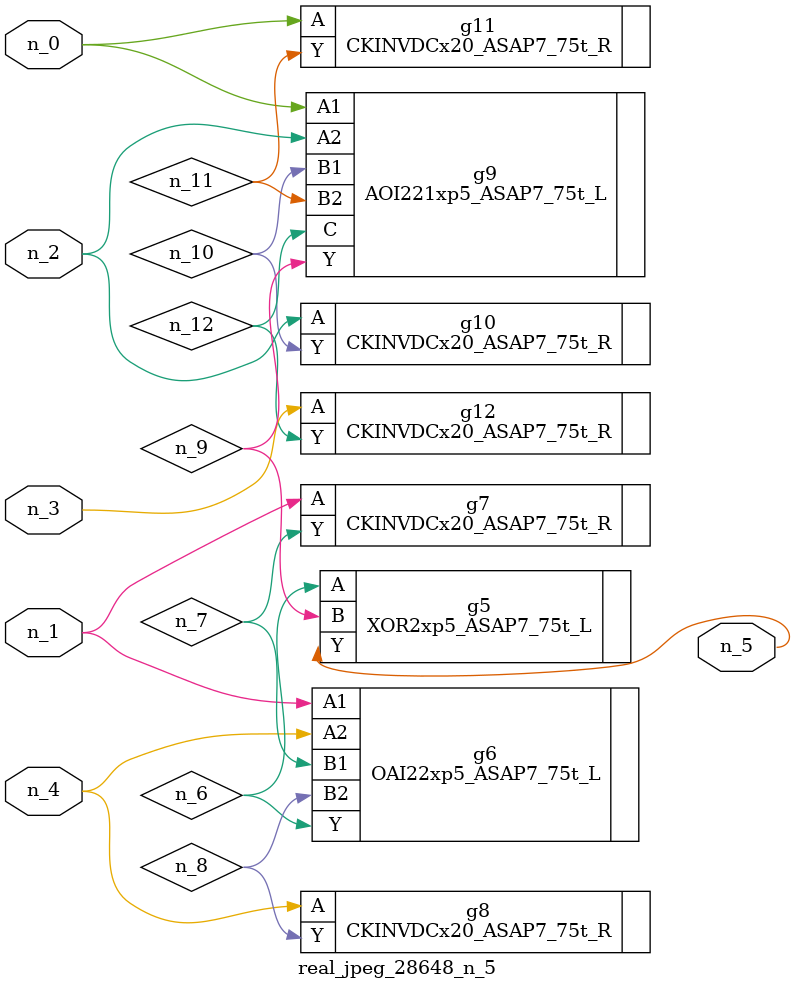
<source format=v>
module real_jpeg_28648_n_5 (n_4, n_0, n_1, n_2, n_3, n_5);

input n_4;
input n_0;
input n_1;
input n_2;
input n_3;

output n_5;

wire n_12;
wire n_8;
wire n_11;
wire n_6;
wire n_7;
wire n_10;
wire n_9;

AOI221xp5_ASAP7_75t_L g9 ( 
.A1(n_0),
.A2(n_2),
.B1(n_10),
.B2(n_11),
.C(n_12),
.Y(n_9)
);

CKINVDCx20_ASAP7_75t_R g11 ( 
.A(n_0),
.Y(n_11)
);

OAI22xp5_ASAP7_75t_L g6 ( 
.A1(n_1),
.A2(n_4),
.B1(n_7),
.B2(n_8),
.Y(n_6)
);

CKINVDCx20_ASAP7_75t_R g7 ( 
.A(n_1),
.Y(n_7)
);

CKINVDCx20_ASAP7_75t_R g10 ( 
.A(n_2),
.Y(n_10)
);

CKINVDCx20_ASAP7_75t_R g12 ( 
.A(n_3),
.Y(n_12)
);

CKINVDCx20_ASAP7_75t_R g8 ( 
.A(n_4),
.Y(n_8)
);

XOR2xp5_ASAP7_75t_L g5 ( 
.A(n_6),
.B(n_9),
.Y(n_5)
);


endmodule
</source>
